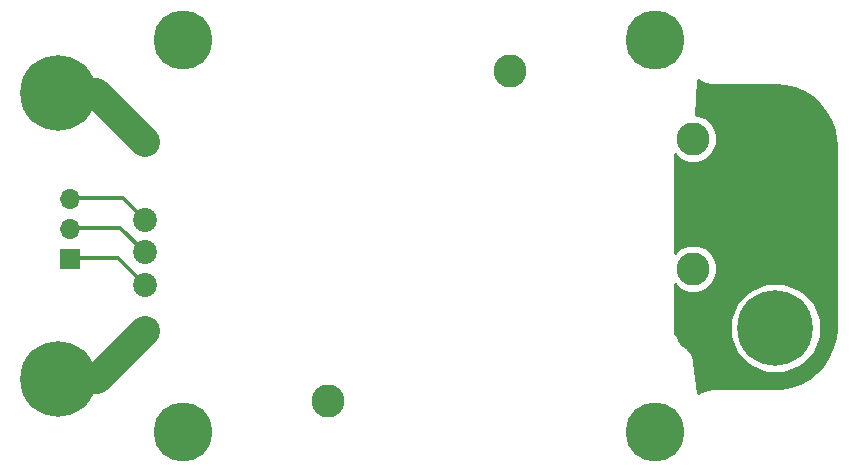
<source format=gbr>
G04 #@! TF.GenerationSoftware,KiCad,Pcbnew,(5.0.2)-1*
G04 #@! TF.CreationDate,2019-03-07T00:09:40-05:00*
G04 #@! TF.ProjectId,vicor-socket,7669636f-722d-4736-9f63-6b65742e6b69,rev?*
G04 #@! TF.SameCoordinates,Original*
G04 #@! TF.FileFunction,Copper,L1,Top*
G04 #@! TF.FilePolarity,Positive*
%FSLAX46Y46*%
G04 Gerber Fmt 4.6, Leading zero omitted, Abs format (unit mm)*
G04 Created by KiCad (PCBNEW (5.0.2)-1) date 3/7/2019 12:09:40 AM*
%MOMM*%
%LPD*%
G01*
G04 APERTURE LIST*
G04 #@! TA.AperFunction,ComponentPad*
%ADD10R,1.700000X1.700000*%
G04 #@! TD*
G04 #@! TA.AperFunction,ComponentPad*
%ADD11O,1.700000X1.700000*%
G04 #@! TD*
G04 #@! TA.AperFunction,ComponentPad*
%ADD12C,6.400000*%
G04 #@! TD*
G04 #@! TA.AperFunction,ComponentPad*
%ADD13C,0.800000*%
G04 #@! TD*
G04 #@! TA.AperFunction,ComponentPad*
%ADD14C,2.530000*%
G04 #@! TD*
G04 #@! TA.AperFunction,ComponentPad*
%ADD15C,2.020000*%
G04 #@! TD*
G04 #@! TA.AperFunction,ComponentPad*
%ADD16C,2.790000*%
G04 #@! TD*
G04 #@! TA.AperFunction,ComponentPad*
%ADD17C,4.990000*%
G04 #@! TD*
G04 #@! TA.AperFunction,Conductor*
%ADD18C,0.304800*%
G04 #@! TD*
G04 #@! TA.AperFunction,Conductor*
%ADD19C,2.540000*%
G04 #@! TD*
G04 #@! TA.AperFunction,Conductor*
%ADD20C,0.254000*%
G04 #@! TD*
G04 APERTURE END LIST*
D10*
G04 #@! TO.P,J1,1*
G04 #@! TO.N,Net-(J1-Pad1)*
X1016000Y-14097000D03*
D11*
G04 #@! TO.P,J1,2*
G04 #@! TO.N,Net-(J1-Pad2)*
X1016000Y-11557000D03*
G04 #@! TO.P,J1,3*
G04 #@! TO.N,Net-(J1-Pad3)*
X1016000Y-9017000D03*
G04 #@! TD*
D12*
G04 #@! TO.P,J2,1*
G04 #@! TO.N,Net-(J2-Pad1)*
X0Y0D03*
D13*
X2400000Y0D03*
X1697056Y-1697056D03*
X0Y-2400000D03*
X-1697056Y-1697056D03*
X-2400000Y0D03*
X-1697056Y1697056D03*
X0Y2400000D03*
X1697056Y1697056D03*
G04 #@! TD*
G04 #@! TO.P,J3,1*
G04 #@! TO.N,Net-(J3-Pad1)*
X1697056Y-22559944D03*
X0Y-21857000D03*
X-1697056Y-22559944D03*
X-2400000Y-24257000D03*
X-1697056Y-25954056D03*
X0Y-26657000D03*
X1697056Y-25954056D03*
X2400000Y-24257000D03*
D12*
X0Y-24257000D03*
G04 #@! TD*
G04 #@! TO.P,J4,1*
G04 #@! TO.N,Net-(J4-Pad1)*
X60706000Y-19939000D03*
D13*
X63106000Y-19939000D03*
X62403056Y-21636056D03*
X60706000Y-22339000D03*
X59008944Y-21636056D03*
X58306000Y-19939000D03*
X59008944Y-18241944D03*
X60706000Y-17539000D03*
X62403056Y-18241944D03*
G04 #@! TD*
G04 #@! TO.P,J5,1*
G04 #@! TO.N,Net-(J5-Pad1)*
X62403056Y-2747944D03*
X60706000Y-2045000D03*
X59008944Y-2747944D03*
X58306000Y-4445000D03*
X59008944Y-6142056D03*
X60706000Y-6845000D03*
X62403056Y-6142056D03*
X63106000Y-4445000D03*
D12*
X60706000Y-4445000D03*
G04 #@! TD*
D14*
G04 #@! TO.P,U1,1*
G04 #@! TO.N,Net-(J2-Pad1)*
X7361000Y-4165001D03*
G04 #@! TO.P,U1,5*
G04 #@! TO.N,Net-(J3-Pad1)*
X7361000Y-20165001D03*
D15*
G04 #@! TO.P,U1,2*
G04 #@! TO.N,Net-(J1-Pad3)*
X7361000Y-10785001D03*
G04 #@! TO.P,U1,3*
G04 #@! TO.N,Net-(J1-Pad2)*
X7361000Y-13545001D03*
G04 #@! TO.P,U1,4*
G04 #@! TO.N,Net-(J1-Pad1)*
X7361000Y-16295001D03*
D16*
G04 #@! TO.P,U1,6*
G04 #@! TO.N,Net-(J5-Pad1)*
X53741000Y-20415001D03*
G04 #@! TO.P,U1,7*
G04 #@! TO.N,Net-(J4-Pad1)*
X53741000Y-14915001D03*
G04 #@! TO.P,U1,8*
G04 #@! TO.N,Net-(J5-Pad1)*
X53741000Y-9415001D03*
G04 #@! TO.P,U1,9*
G04 #@! TO.N,Net-(J4-Pad1)*
X53741000Y-3915001D03*
G04 #@! TO.P,U1,*
G04 #@! TO.N,*
X38261000Y1804999D03*
X22841000Y-26135001D03*
D17*
X50551000Y4434999D03*
X50551000Y-28765001D03*
X10551000Y4434999D03*
X10551000Y-28765001D03*
G04 #@! TD*
D18*
G04 #@! TO.N,Net-(J1-Pad1)*
X5035999Y-13970000D02*
X7620000Y-16554001D01*
X1270000Y-13970000D02*
X5035999Y-13970000D01*
G04 #@! TO.N,Net-(J1-Pad2)*
X5245999Y-11430000D02*
X7361000Y-13545001D01*
X1270000Y-11430000D02*
X5245999Y-11430000D01*
G04 #@! TO.N,Net-(J1-Pad3)*
X5465999Y-8890000D02*
X7361000Y-10785001D01*
X1270000Y-8890000D02*
X5465999Y-8890000D01*
D19*
G04 #@! TO.N,Net-(J2-Pad1)*
X3195999Y0D02*
X7361000Y-4165001D01*
X0Y0D02*
X3195999Y0D01*
G04 #@! TO.N,Net-(J3-Pad1)*
X3269001Y-24257000D02*
X7361000Y-20165001D01*
X0Y-24257000D02*
X3269001Y-24257000D01*
G04 #@! TD*
D20*
G04 #@! TO.N,Net-(J5-Pad1)*
G36*
X54570132Y837062D02*
X54570133Y837061D01*
X54570134Y837061D01*
X54810003Y749756D01*
X55236506Y674553D01*
X55299612Y662000D01*
X60675832Y662000D01*
X61539698Y590979D01*
X62351014Y387190D01*
X63118144Y53632D01*
X63820498Y-400741D01*
X64439210Y-963727D01*
X64957663Y-1620202D01*
X65361934Y-2352537D01*
X65641169Y-3141073D01*
X65790128Y-3977322D01*
X65813000Y-4462320D01*
X65813001Y-19908819D01*
X65741977Y-20772701D01*
X65538190Y-21584014D01*
X65204633Y-22351142D01*
X64750259Y-23053498D01*
X64187276Y-23672207D01*
X63530800Y-24190662D01*
X62798463Y-24594934D01*
X62009927Y-24874169D01*
X61173678Y-25023128D01*
X60688680Y-25046000D01*
X55299612Y-25046000D01*
X55267970Y-25052294D01*
X55087408Y-25068091D01*
X54994654Y-25092944D01*
X54900082Y-25109620D01*
X54485615Y-25260474D01*
X54264551Y-25388106D01*
X54183837Y-25455833D01*
X53719724Y-22207039D01*
X53690426Y-22142349D01*
X52197000Y-20400019D01*
X52197000Y-19176171D01*
X56871000Y-19176171D01*
X56871000Y-20701829D01*
X57454844Y-22111353D01*
X58533647Y-23190156D01*
X59943171Y-23774000D01*
X61468829Y-23774000D01*
X62878353Y-23190156D01*
X63957156Y-22111353D01*
X64541000Y-20701829D01*
X64541000Y-19176171D01*
X63957156Y-17766647D01*
X62878353Y-16687844D01*
X61468829Y-16104000D01*
X59943171Y-16104000D01*
X58533647Y-16687844D01*
X57454844Y-17766647D01*
X56871000Y-19176171D01*
X52197000Y-19176171D01*
X52197000Y-16241855D01*
X52591097Y-16635952D01*
X53337208Y-16945001D01*
X54144792Y-16945001D01*
X54890903Y-16635952D01*
X55461951Y-16064904D01*
X55771000Y-15318793D01*
X55771000Y-14511209D01*
X55461951Y-13765098D01*
X54890903Y-13194050D01*
X54144792Y-12885001D01*
X53337208Y-12885001D01*
X52591097Y-13194050D01*
X52197000Y-13588147D01*
X52197000Y-5241855D01*
X52591097Y-5635952D01*
X53337208Y-5945001D01*
X54144792Y-5945001D01*
X54890903Y-5635952D01*
X55461951Y-5064904D01*
X55771000Y-4318793D01*
X55771000Y-3511209D01*
X55461951Y-2765098D01*
X54890903Y-2194050D01*
X54144792Y-1885001D01*
X53994895Y-1885001D01*
X54204410Y1048213D01*
X54570132Y837062D01*
X54570132Y837062D01*
G37*
X54570132Y837062D02*
X54570133Y837061D01*
X54570134Y837061D01*
X54810003Y749756D01*
X55236506Y674553D01*
X55299612Y662000D01*
X60675832Y662000D01*
X61539698Y590979D01*
X62351014Y387190D01*
X63118144Y53632D01*
X63820498Y-400741D01*
X64439210Y-963727D01*
X64957663Y-1620202D01*
X65361934Y-2352537D01*
X65641169Y-3141073D01*
X65790128Y-3977322D01*
X65813000Y-4462320D01*
X65813001Y-19908819D01*
X65741977Y-20772701D01*
X65538190Y-21584014D01*
X65204633Y-22351142D01*
X64750259Y-23053498D01*
X64187276Y-23672207D01*
X63530800Y-24190662D01*
X62798463Y-24594934D01*
X62009927Y-24874169D01*
X61173678Y-25023128D01*
X60688680Y-25046000D01*
X55299612Y-25046000D01*
X55267970Y-25052294D01*
X55087408Y-25068091D01*
X54994654Y-25092944D01*
X54900082Y-25109620D01*
X54485615Y-25260474D01*
X54264551Y-25388106D01*
X54183837Y-25455833D01*
X53719724Y-22207039D01*
X53690426Y-22142349D01*
X52197000Y-20400019D01*
X52197000Y-19176171D01*
X56871000Y-19176171D01*
X56871000Y-20701829D01*
X57454844Y-22111353D01*
X58533647Y-23190156D01*
X59943171Y-23774000D01*
X61468829Y-23774000D01*
X62878353Y-23190156D01*
X63957156Y-22111353D01*
X64541000Y-20701829D01*
X64541000Y-19176171D01*
X63957156Y-17766647D01*
X62878353Y-16687844D01*
X61468829Y-16104000D01*
X59943171Y-16104000D01*
X58533647Y-16687844D01*
X57454844Y-17766647D01*
X56871000Y-19176171D01*
X52197000Y-19176171D01*
X52197000Y-16241855D01*
X52591097Y-16635952D01*
X53337208Y-16945001D01*
X54144792Y-16945001D01*
X54890903Y-16635952D01*
X55461951Y-16064904D01*
X55771000Y-15318793D01*
X55771000Y-14511209D01*
X55461951Y-13765098D01*
X54890903Y-13194050D01*
X54144792Y-12885001D01*
X53337208Y-12885001D01*
X52591097Y-13194050D01*
X52197000Y-13588147D01*
X52197000Y-5241855D01*
X52591097Y-5635952D01*
X53337208Y-5945001D01*
X54144792Y-5945001D01*
X54890903Y-5635952D01*
X55461951Y-5064904D01*
X55771000Y-4318793D01*
X55771000Y-3511209D01*
X55461951Y-2765098D01*
X54890903Y-2194050D01*
X54144792Y-1885001D01*
X53994895Y-1885001D01*
X54204410Y1048213D01*
X54570132Y837062D01*
G04 #@! TD*
M02*

</source>
